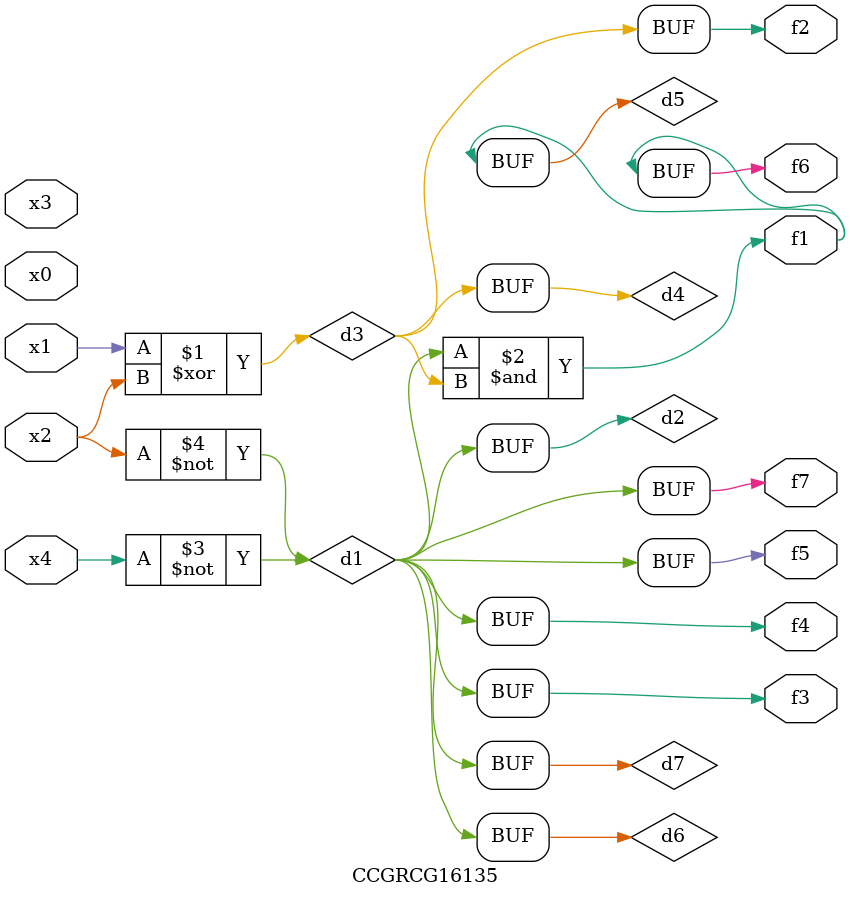
<source format=v>
module CCGRCG16135(
	input x0, x1, x2, x3, x4,
	output f1, f2, f3, f4, f5, f6, f7
);

	wire d1, d2, d3, d4, d5, d6, d7;

	not (d1, x4);
	not (d2, x2);
	xor (d3, x1, x2);
	buf (d4, d3);
	and (d5, d1, d3);
	buf (d6, d1, d2);
	buf (d7, d2);
	assign f1 = d5;
	assign f2 = d4;
	assign f3 = d7;
	assign f4 = d7;
	assign f5 = d7;
	assign f6 = d5;
	assign f7 = d7;
endmodule

</source>
